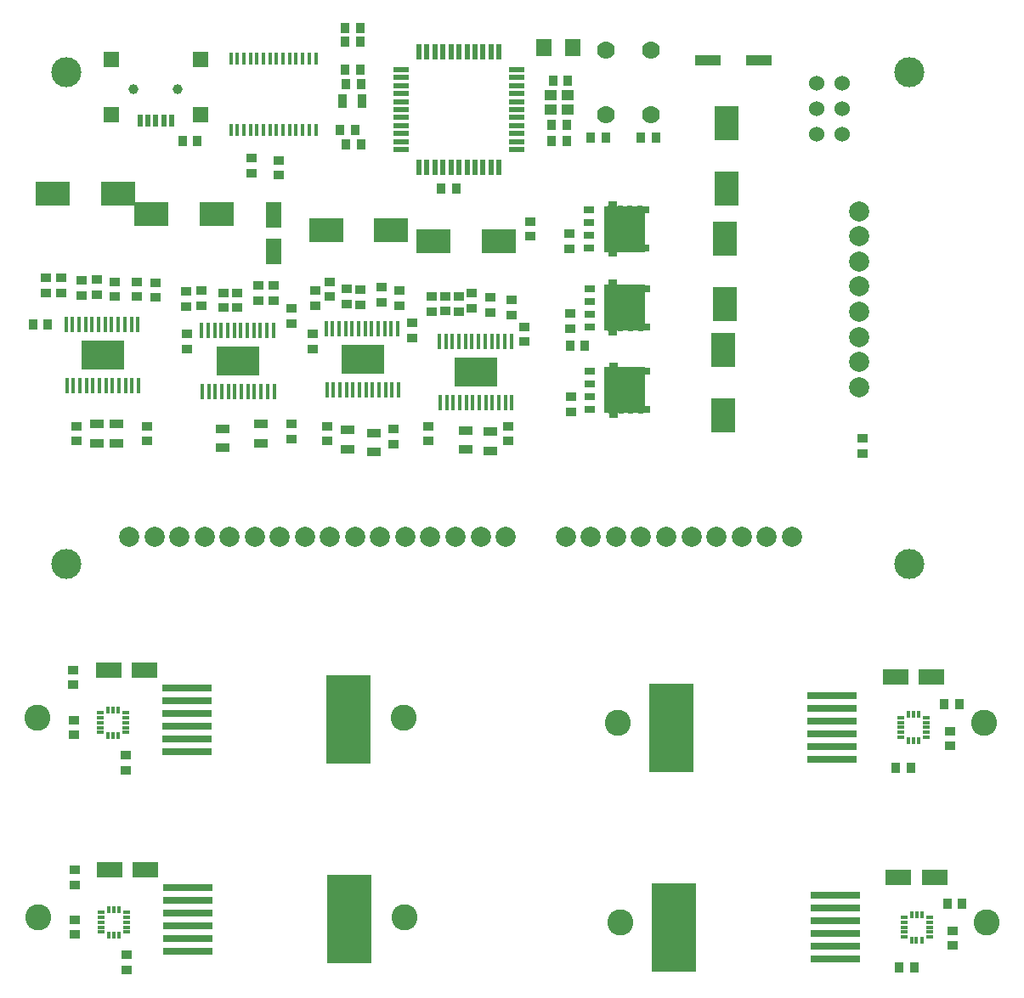
<source format=gts>
G04 #@! TF.FileFunction,Soldermask,Top*
%FSLAX46Y46*%
G04 Gerber Fmt 4.6, Leading zero omitted, Abs format (unit mm)*
G04 Created by KiCad (PCBNEW (2015-08-20 BZR 6109)-product) date Wed 02 Sep 2015 10:01:10 PM PDT*
%MOMM*%
G01*
G04 APERTURE LIST*
%ADD10C,0.150000*%
%ADD11R,0.899160X1.000760*%
%ADD12R,1.000760X0.899160*%
%ADD13R,0.889000X1.397000*%
%ADD14C,1.778000*%
%ADD15C,3.000000*%
%ADD16R,2.400300X3.500120*%
%ADD17R,3.500120X2.400300*%
%ADD18R,1.597660X1.800860*%
%ADD19R,1.200000X1.100000*%
%ADD20R,1.501140X0.551180*%
%ADD21R,0.551180X1.501140*%
%ADD22R,1.600200X2.600960*%
%ADD23C,2.000000*%
%ADD24R,1.397000X0.889000*%
%ADD25C,1.524000*%
%ADD26R,2.540000X0.990600*%
%ADD27R,1.600200X1.600200*%
%ADD28C,1.000760*%
%ADD29R,0.500380X1.198880*%
%ADD30R,0.406400X1.270000*%
%ADD31C,0.400000*%
%ADD32R,0.450000X1.650000*%
%ADD33R,4.320000X3.000000*%
%ADD34R,0.475000X0.750000*%
%ADD35R,0.905000X0.495000*%
%ADD36C,0.780000*%
%ADD37R,1.000000X0.750000*%
%ADD38R,4.055000X4.560000*%
%ADD39R,0.800000X0.300000*%
%ADD40R,0.300000X0.800000*%
%ADD41C,2.600000*%
%ADD42R,5.000000X0.760000*%
%ADD43R,4.500000X8.800000*%
%ADD44R,2.600960X1.600200*%
G04 APERTURE END LIST*
D10*
D11*
X215851840Y-34800000D03*
X214348160Y-34800000D03*
D12*
X212200000Y-44351840D03*
X212200000Y-42848160D03*
D11*
X193856760Y-29148200D03*
X195360440Y-29148200D03*
D12*
X179400000Y-49748160D03*
X179400000Y-51251840D03*
X245300000Y-65951840D03*
X245300000Y-64448160D03*
X186600000Y-50751840D03*
X186600000Y-49248160D03*
X197400000Y-49398160D03*
X197400000Y-50901840D03*
X202000000Y-64751840D03*
X202000000Y-63248160D03*
X210300000Y-52151840D03*
X210300000Y-50648160D03*
X203750000Y-50298160D03*
X203750000Y-51801840D03*
X184400000Y-38051840D03*
X184400000Y-36548160D03*
X192250000Y-48848160D03*
X192250000Y-50351840D03*
X165450000Y-48498160D03*
X165450000Y-50001840D03*
X174900000Y-50451840D03*
X174900000Y-48948160D03*
X200400000Y-54451840D03*
X200400000Y-52948160D03*
X170800000Y-48848160D03*
X170800000Y-50351840D03*
X187100000Y-38251840D03*
X187100000Y-36748160D03*
X173000000Y-50351840D03*
X173000000Y-48848160D03*
X199200000Y-51251840D03*
X199200000Y-49748160D03*
X167000000Y-64751840D03*
X167000000Y-63248160D03*
X192000000Y-64751840D03*
X192000000Y-63248160D03*
X211650000Y-53348160D03*
X211650000Y-54851840D03*
X188400000Y-51548160D03*
X188400000Y-53051840D03*
X208200000Y-50448160D03*
X208200000Y-51951840D03*
X185100000Y-49248160D03*
X185100000Y-50751840D03*
D11*
X179051840Y-34800000D03*
X177548160Y-34800000D03*
X204834640Y-39587600D03*
X203330960Y-39587600D03*
D13*
X193529100Y-30850000D03*
X195434100Y-30850000D03*
D11*
X219751840Y-34500000D03*
X218248160Y-34500000D03*
D14*
X219750000Y-32250000D03*
X224250000Y-32250000D03*
X219750000Y-25750000D03*
X224250000Y-25750000D03*
D15*
X250000000Y-77000000D03*
X166000000Y-77000000D03*
D12*
X216100000Y-44048160D03*
X216100000Y-45551840D03*
D11*
X215851840Y-33200000D03*
X214348160Y-33200000D03*
X214448160Y-28800000D03*
X215951840Y-28800000D03*
D15*
X250000000Y-28000000D03*
X166000000Y-28000000D03*
D16*
X231400000Y-55648800D03*
X231400000Y-62151200D03*
D17*
X202548800Y-44800000D03*
X209051200Y-44800000D03*
X198351200Y-43700000D03*
X191848800Y-43700000D03*
D16*
X231800000Y-33048800D03*
X231800000Y-39551200D03*
D17*
X174448800Y-42100000D03*
X180951200Y-42100000D03*
D18*
X216419860Y-25500000D03*
X213580140Y-25500000D03*
D19*
X215950000Y-30300000D03*
X214250000Y-30300000D03*
X215950000Y-31700000D03*
X214250000Y-31700000D03*
D20*
X199354520Y-33300200D03*
X199354520Y-34100300D03*
X199354520Y-35700500D03*
X199354520Y-34900400D03*
X199354520Y-30899900D03*
X199354520Y-32500100D03*
X199354520Y-31700000D03*
X199354520Y-29299700D03*
X199354520Y-30099800D03*
X199354520Y-28499600D03*
X199354520Y-27699500D03*
X210840400Y-27699500D03*
X210840400Y-28499600D03*
X210840400Y-30099800D03*
X210840400Y-29299700D03*
X210840400Y-31700000D03*
X210840400Y-32500100D03*
X210840400Y-30899900D03*
X210840400Y-34900400D03*
X210840400Y-35700500D03*
X210840400Y-34100300D03*
X210840400Y-33300200D03*
D21*
X209100500Y-37440400D03*
X208300400Y-37440400D03*
X206700200Y-37440400D03*
X207500300Y-37440400D03*
X205100000Y-37440400D03*
X204299900Y-37440400D03*
X205900100Y-37440400D03*
X201899600Y-37440400D03*
X201099500Y-37440400D03*
X202699700Y-37440400D03*
X203499800Y-37440400D03*
X203499800Y-25959600D03*
X202699700Y-25959600D03*
X201099500Y-25959600D03*
X201899600Y-25959600D03*
X205900100Y-25959600D03*
X204299900Y-25959600D03*
X205100000Y-25959600D03*
X207500300Y-25959600D03*
X206700200Y-25959600D03*
X208300400Y-25959600D03*
X209100500Y-25959600D03*
D22*
X186600000Y-42199140D03*
X186600000Y-45800860D03*
D23*
X194750000Y-74300000D03*
X192250000Y-74300000D03*
X202250000Y-74300000D03*
X204750000Y-74300000D03*
X209750000Y-74300000D03*
X207250000Y-74300000D03*
X197250000Y-74300000D03*
X199750000Y-74300000D03*
X179750000Y-74300000D03*
X177250000Y-74300000D03*
X187250000Y-74300000D03*
X189750000Y-74300000D03*
X184750000Y-74300000D03*
X182250000Y-74300000D03*
X172250000Y-74300000D03*
X174750000Y-74300000D03*
D11*
X224751840Y-34500000D03*
X223248160Y-34500000D03*
D12*
X216200000Y-52048160D03*
X216200000Y-53551840D03*
X216300000Y-60348160D03*
X216300000Y-61851840D03*
D11*
X195360440Y-35142600D03*
X193856760Y-35142600D03*
X195251840Y-27700000D03*
X193748160Y-27700000D03*
X195251840Y-24900000D03*
X193748160Y-24900000D03*
D24*
X185400000Y-63047500D03*
X185400000Y-64952500D03*
X181550000Y-63497500D03*
X181550000Y-65402500D03*
X208200000Y-63795000D03*
X208200000Y-65700000D03*
X205800000Y-63695000D03*
X205800000Y-65600000D03*
D12*
X181600000Y-49948160D03*
X181600000Y-51451840D03*
X206400000Y-49998160D03*
X206400000Y-51501840D03*
D11*
X195251840Y-23600000D03*
X193748160Y-23600000D03*
D12*
X183000000Y-51451840D03*
X183000000Y-49948160D03*
X205100000Y-51851840D03*
X205100000Y-50348160D03*
X210000000Y-63248160D03*
X210000000Y-64751840D03*
X188400000Y-63048160D03*
X188400000Y-64551840D03*
X177900000Y-49848160D03*
X177900000Y-51351840D03*
X178000000Y-54048160D03*
X178000000Y-55551840D03*
X190800000Y-49748160D03*
X190800000Y-51251840D03*
D17*
X171151200Y-40100000D03*
X164648800Y-40100000D03*
D11*
X164151840Y-53100000D03*
X162648160Y-53100000D03*
D12*
X163900000Y-48448160D03*
X163900000Y-49951840D03*
X190500000Y-54048160D03*
X190500000Y-55551840D03*
X174000000Y-63248160D03*
X174000000Y-64751840D03*
X198600000Y-63548160D03*
X198600000Y-65051840D03*
X169000000Y-50151840D03*
X169000000Y-48648160D03*
X195300000Y-51151840D03*
X195300000Y-49648160D03*
X167500000Y-48748160D03*
X167500000Y-50251840D03*
X193900000Y-49548160D03*
X193900000Y-51051840D03*
D24*
X169000000Y-63047500D03*
X169000000Y-64952500D03*
X171000000Y-63047500D03*
X171000000Y-64952500D03*
X194000000Y-63647500D03*
X194000000Y-65552500D03*
X196600000Y-63947500D03*
X196600000Y-65852500D03*
D12*
X202350000Y-50348160D03*
X202350000Y-51851840D03*
D11*
X217651840Y-55250000D03*
X216148160Y-55250000D03*
X194751840Y-33700000D03*
X193248160Y-33700000D03*
D23*
X238250000Y-74300000D03*
X235750000Y-74300000D03*
X223250000Y-74300000D03*
X220750000Y-74300000D03*
X230750000Y-74300000D03*
X233250000Y-74300000D03*
X228250000Y-74300000D03*
X225750000Y-74300000D03*
X215750000Y-74300000D03*
X218250000Y-74300000D03*
D25*
X240730000Y-29060000D03*
X240730000Y-31600000D03*
X240730000Y-34140000D03*
X243270000Y-34140000D03*
X243270000Y-31600000D03*
X243270000Y-29060000D03*
D23*
X244940000Y-51850000D03*
X244940000Y-54350000D03*
X244940000Y-44350000D03*
X244940000Y-41850000D03*
X244940000Y-46850000D03*
X244940000Y-49350000D03*
X244940000Y-59350000D03*
X244940000Y-56850000D03*
D26*
X229860000Y-26800000D03*
X234940000Y-26800000D03*
D27*
X170449920Y-32198800D03*
X170449920Y-26699700D03*
X179350080Y-32198800D03*
D28*
X172700360Y-29699440D03*
D29*
X174099900Y-32800780D03*
X176500200Y-32800780D03*
X175700100Y-32800780D03*
X173299800Y-32800780D03*
X174887300Y-32800780D03*
D27*
X179350080Y-26699700D03*
D28*
X177099640Y-29699440D03*
D16*
X231600000Y-51051200D03*
X231600000Y-44548800D03*
D30*
X190825000Y-26644000D03*
X190175000Y-26644000D03*
X189525000Y-26644000D03*
X188875000Y-26644000D03*
X188225000Y-26644000D03*
X187575000Y-26644000D03*
X186925000Y-26644000D03*
X186275000Y-26644000D03*
X185625000Y-26644000D03*
X184975000Y-26644000D03*
X184325000Y-26644000D03*
X183675000Y-26644000D03*
X183025000Y-26644000D03*
X182375000Y-26644000D03*
X182375000Y-33756000D03*
X183025000Y-33756000D03*
X183675000Y-33756000D03*
X184325000Y-33756000D03*
X184975000Y-33756000D03*
X185625000Y-33756000D03*
X186275000Y-33756000D03*
X186925000Y-33756000D03*
X187575000Y-33756000D03*
X188225000Y-33756000D03*
X188875000Y-33756000D03*
X189525000Y-33756000D03*
X190175000Y-33756000D03*
X190825000Y-33756000D03*
D31*
X195100000Y-56600000D03*
X194400000Y-56600000D03*
X193700000Y-56600000D03*
X195800000Y-56600000D03*
X196500000Y-56600000D03*
X197200000Y-56600000D03*
X197200000Y-56000000D03*
X196500000Y-56000000D03*
X195800000Y-56000000D03*
X193700000Y-56000000D03*
X194400000Y-56000000D03*
X195100000Y-56000000D03*
X195100000Y-55400000D03*
X194400000Y-55400000D03*
X193700000Y-55400000D03*
X195800000Y-55400000D03*
X196500000Y-55400000D03*
X197200000Y-55400000D03*
X197200000Y-57200000D03*
X196500000Y-57200000D03*
X195800000Y-57200000D03*
X193700000Y-57200000D03*
X194400000Y-57200000D03*
X195100000Y-57200000D03*
X195100000Y-57800000D03*
X194400000Y-57800000D03*
X193700000Y-57800000D03*
X195800000Y-57800000D03*
X196500000Y-57800000D03*
D32*
X191851060Y-53550000D03*
X192498760Y-53550000D03*
X192573760Y-59650000D03*
X191926060Y-59650000D03*
X193226060Y-59650000D03*
X193873760Y-59650000D03*
X194524000Y-59650000D03*
X195175000Y-59650000D03*
X195825000Y-59650000D03*
X196474720Y-59650000D03*
X197124960Y-59650000D03*
X197775200Y-59650000D03*
X198425440Y-59650000D03*
X199075680Y-59650000D03*
X199000680Y-53550000D03*
X198350440Y-53550000D03*
X197700200Y-53550000D03*
X197049960Y-53550000D03*
X196399720Y-53550000D03*
X195749480Y-53550000D03*
X195099240Y-53550000D03*
X194449000Y-53550000D03*
X193798760Y-53550000D03*
X193151060Y-53550000D03*
D33*
X195500000Y-56600000D03*
D31*
X197200000Y-57800000D03*
X169200000Y-56200000D03*
X168500000Y-56200000D03*
X167800000Y-56200000D03*
X169900000Y-56200000D03*
X170600000Y-56200000D03*
X171300000Y-56200000D03*
X171300000Y-55600000D03*
X170600000Y-55600000D03*
X169900000Y-55600000D03*
X167800000Y-55600000D03*
X168500000Y-55600000D03*
X169200000Y-55600000D03*
X169200000Y-55000000D03*
X168500000Y-55000000D03*
X167800000Y-55000000D03*
X169900000Y-55000000D03*
X170600000Y-55000000D03*
X171300000Y-55000000D03*
X171300000Y-56800000D03*
X170600000Y-56800000D03*
X169900000Y-56800000D03*
X167800000Y-56800000D03*
X168500000Y-56800000D03*
X169200000Y-56800000D03*
X169200000Y-57400000D03*
X168500000Y-57400000D03*
X167800000Y-57400000D03*
X169900000Y-57400000D03*
X170600000Y-57400000D03*
D32*
X165951060Y-53150000D03*
X166598760Y-53150000D03*
X166673760Y-59250000D03*
X166026060Y-59250000D03*
X167326060Y-59250000D03*
X167973760Y-59250000D03*
X168624000Y-59250000D03*
X169275000Y-59250000D03*
X169925000Y-59250000D03*
X170574720Y-59250000D03*
X171224960Y-59250000D03*
X171875200Y-59250000D03*
X172525440Y-59250000D03*
X173175680Y-59250000D03*
X173100680Y-53150000D03*
X172450440Y-53150000D03*
X171800200Y-53150000D03*
X171149960Y-53150000D03*
X170499720Y-53150000D03*
X169849480Y-53150000D03*
X169199240Y-53150000D03*
X168549000Y-53150000D03*
X167898760Y-53150000D03*
X167251060Y-53150000D03*
D33*
X169600000Y-56200000D03*
D31*
X171300000Y-57400000D03*
X206400000Y-57900000D03*
X205700000Y-57900000D03*
X205000000Y-57900000D03*
X207100000Y-57900000D03*
X207800000Y-57900000D03*
X208500000Y-57900000D03*
X208500000Y-57300000D03*
X207800000Y-57300000D03*
X207100000Y-57300000D03*
X205000000Y-57300000D03*
X205700000Y-57300000D03*
X206400000Y-57300000D03*
X206400000Y-56700000D03*
X205700000Y-56700000D03*
X205000000Y-56700000D03*
X207100000Y-56700000D03*
X207800000Y-56700000D03*
X208500000Y-56700000D03*
X208500000Y-58500000D03*
X207800000Y-58500000D03*
X207100000Y-58500000D03*
X205000000Y-58500000D03*
X205700000Y-58500000D03*
X206400000Y-58500000D03*
X206400000Y-59100000D03*
X205700000Y-59100000D03*
X205000000Y-59100000D03*
X207100000Y-59100000D03*
X207800000Y-59100000D03*
D32*
X203151060Y-54850000D03*
X203798760Y-54850000D03*
X203873760Y-60950000D03*
X203226060Y-60950000D03*
X204526060Y-60950000D03*
X205173760Y-60950000D03*
X205824000Y-60950000D03*
X206475000Y-60950000D03*
X207125000Y-60950000D03*
X207774720Y-60950000D03*
X208424960Y-60950000D03*
X209075200Y-60950000D03*
X209725440Y-60950000D03*
X210375680Y-60950000D03*
X210300680Y-54850000D03*
X209650440Y-54850000D03*
X209000200Y-54850000D03*
X208349960Y-54850000D03*
X207699720Y-54850000D03*
X207049480Y-54850000D03*
X206399240Y-54850000D03*
X205749000Y-54850000D03*
X205098760Y-54850000D03*
X204451060Y-54850000D03*
D33*
X206800000Y-57900000D03*
D31*
X208500000Y-59100000D03*
X182700000Y-56800000D03*
X182000000Y-56800000D03*
X181300000Y-56800000D03*
X183400000Y-56800000D03*
X184100000Y-56800000D03*
X184800000Y-56800000D03*
X184800000Y-56200000D03*
X184100000Y-56200000D03*
X183400000Y-56200000D03*
X181300000Y-56200000D03*
X182000000Y-56200000D03*
X182700000Y-56200000D03*
X182700000Y-55600000D03*
X182000000Y-55600000D03*
X181300000Y-55600000D03*
X183400000Y-55600000D03*
X184100000Y-55600000D03*
X184800000Y-55600000D03*
X184800000Y-57400000D03*
X184100000Y-57400000D03*
X183400000Y-57400000D03*
X181300000Y-57400000D03*
X182000000Y-57400000D03*
X182700000Y-57400000D03*
X182700000Y-58000000D03*
X182000000Y-58000000D03*
X181300000Y-58000000D03*
X183400000Y-58000000D03*
X184100000Y-58000000D03*
D32*
X179451060Y-53750000D03*
X180098760Y-53750000D03*
X180173760Y-59850000D03*
X179526060Y-59850000D03*
X180826060Y-59850000D03*
X181473760Y-59850000D03*
X182124000Y-59850000D03*
X182775000Y-59850000D03*
X183425000Y-59850000D03*
X184074720Y-59850000D03*
X184724960Y-59850000D03*
X185375200Y-59850000D03*
X186025440Y-59850000D03*
X186675680Y-59850000D03*
X186600680Y-53750000D03*
X185950440Y-53750000D03*
X185300200Y-53750000D03*
X184649960Y-53750000D03*
X183999720Y-53750000D03*
X183349480Y-53750000D03*
X182699240Y-53750000D03*
X182049000Y-53750000D03*
X181398760Y-53750000D03*
X180751060Y-53750000D03*
D33*
X183100000Y-56800000D03*
D31*
X184800000Y-58000000D03*
D34*
X223822500Y-41695000D03*
X223822500Y-45505000D03*
D35*
X220407500Y-46127500D03*
X220407500Y-41072500D03*
D34*
X223822500Y-45505000D03*
X223822500Y-41695000D03*
D35*
X220407500Y-46127500D03*
D36*
X223140000Y-45600000D03*
X220140000Y-41600000D03*
X221140000Y-41600000D03*
X222140000Y-41600000D03*
X220140000Y-45600000D03*
X221140000Y-43600000D03*
X222140000Y-43600000D03*
X223140000Y-42600000D03*
X223140000Y-41600000D03*
X222140000Y-42600000D03*
X221140000Y-42600000D03*
X220140000Y-42600000D03*
X220140000Y-44600000D03*
X221140000Y-44600000D03*
X222140000Y-44600000D03*
X223140000Y-43600000D03*
X223140000Y-44600000D03*
X222140000Y-45600000D03*
X221140000Y-45600000D03*
D35*
X220407500Y-41072500D03*
D37*
X218065000Y-41695000D03*
X218065000Y-42965000D03*
X218065000Y-44235000D03*
X218065000Y-45505000D03*
D38*
X221557500Y-43600000D03*
D36*
X220140000Y-43600000D03*
D34*
X223862500Y-49545000D03*
X223862500Y-53355000D03*
D35*
X220447500Y-53977500D03*
X220447500Y-48922500D03*
D34*
X223862500Y-53355000D03*
X223862500Y-49545000D03*
D35*
X220447500Y-53977500D03*
D36*
X223180000Y-53450000D03*
X220180000Y-49450000D03*
X221180000Y-49450000D03*
X222180000Y-49450000D03*
X220180000Y-53450000D03*
X221180000Y-51450000D03*
X222180000Y-51450000D03*
X223180000Y-50450000D03*
X223180000Y-49450000D03*
X222180000Y-50450000D03*
X221180000Y-50450000D03*
X220180000Y-50450000D03*
X220180000Y-52450000D03*
X221180000Y-52450000D03*
X222180000Y-52450000D03*
X223180000Y-51450000D03*
X223180000Y-52450000D03*
X222180000Y-53450000D03*
X221180000Y-53450000D03*
D35*
X220447500Y-48922500D03*
D37*
X218105000Y-49545000D03*
X218105000Y-50815000D03*
X218105000Y-52085000D03*
X218105000Y-53355000D03*
D38*
X221597500Y-51450000D03*
D36*
X220180000Y-51450000D03*
D34*
X223902500Y-57775000D03*
X223902500Y-61585000D03*
D35*
X220487500Y-62207500D03*
X220487500Y-57152500D03*
D34*
X223902500Y-61585000D03*
X223902500Y-57775000D03*
D35*
X220487500Y-62207500D03*
D36*
X223220000Y-61680000D03*
X220220000Y-57680000D03*
X221220000Y-57680000D03*
X222220000Y-57680000D03*
X220220000Y-61680000D03*
X221220000Y-59680000D03*
X222220000Y-59680000D03*
X223220000Y-58680000D03*
X223220000Y-57680000D03*
X222220000Y-58680000D03*
X221220000Y-58680000D03*
X220220000Y-58680000D03*
X220220000Y-60680000D03*
X221220000Y-60680000D03*
X222220000Y-60680000D03*
X223220000Y-59680000D03*
X223220000Y-60680000D03*
X222220000Y-61680000D03*
X221220000Y-61680000D03*
D35*
X220487500Y-57152500D03*
D37*
X218145000Y-57775000D03*
X218145000Y-59045000D03*
X218145000Y-60315000D03*
X218145000Y-61585000D03*
D38*
X221637500Y-59680000D03*
D36*
X220220000Y-59680000D03*
D39*
X169350000Y-92300000D03*
X169350000Y-91800000D03*
X171900000Y-91800000D03*
X169350000Y-92795000D03*
X169350000Y-93300000D03*
X169350000Y-93800000D03*
D40*
X170125000Y-94075000D03*
X170590000Y-94075000D03*
X171125000Y-94075000D03*
D39*
X171900000Y-93800000D03*
X171900000Y-93300000D03*
X171900000Y-92795000D03*
X171900000Y-92300000D03*
D40*
X171125000Y-91525000D03*
X170610000Y-91525000D03*
X170125000Y-91525000D03*
D41*
X199600000Y-92300000D03*
X163100000Y-92300000D03*
D42*
X178000000Y-89325000D03*
X178000000Y-91865000D03*
X178000000Y-94405000D03*
X178000000Y-93135000D03*
X178000000Y-95675000D03*
X178000000Y-90595000D03*
D43*
X194050000Y-92500000D03*
D12*
X166700000Y-94051840D03*
X166700000Y-92548160D03*
X171860000Y-97541840D03*
X171860000Y-96038160D03*
X166690000Y-89061840D03*
X166690000Y-87558160D03*
D44*
X173770860Y-87600000D03*
X170169140Y-87600000D03*
D39*
X249125000Y-92800000D03*
X249125000Y-92300000D03*
X251675000Y-92300000D03*
X249125000Y-93295000D03*
X249125000Y-93800000D03*
X249125000Y-94300000D03*
D40*
X249900000Y-94575000D03*
X250365000Y-94575000D03*
X250900000Y-94575000D03*
D39*
X251675000Y-94300000D03*
X251675000Y-93800000D03*
X251675000Y-93295000D03*
X251675000Y-92800000D03*
D40*
X250900000Y-92025000D03*
X250385000Y-92025000D03*
X249900000Y-92025000D03*
D41*
X257400000Y-92800000D03*
X220900000Y-92800000D03*
D42*
X242300000Y-96475000D03*
X242300000Y-93935000D03*
X242300000Y-91395000D03*
X242300000Y-92665000D03*
X242300000Y-90125000D03*
X242300000Y-95205000D03*
D43*
X226250000Y-93300000D03*
D12*
X254000000Y-95151840D03*
X254000000Y-93648160D03*
D11*
X248648160Y-97300000D03*
X250151840Y-97300000D03*
X254951840Y-91000000D03*
X253448160Y-91000000D03*
D44*
X248599140Y-88300000D03*
X252200860Y-88300000D03*
D39*
X169450000Y-112200000D03*
X169450000Y-111700000D03*
X172000000Y-111700000D03*
X169450000Y-112695000D03*
X169450000Y-113200000D03*
X169450000Y-113700000D03*
D40*
X170225000Y-113975000D03*
X170690000Y-113975000D03*
X171225000Y-113975000D03*
D39*
X172000000Y-113700000D03*
X172000000Y-113200000D03*
X172000000Y-112695000D03*
X172000000Y-112200000D03*
D40*
X171225000Y-111425000D03*
X170710000Y-111425000D03*
X170225000Y-111425000D03*
D41*
X199700000Y-112200000D03*
X163200000Y-112200000D03*
D42*
X178100000Y-109225000D03*
X178100000Y-111765000D03*
X178100000Y-114305000D03*
X178100000Y-113035000D03*
X178100000Y-115575000D03*
X178100000Y-110495000D03*
D43*
X194150000Y-112400000D03*
D12*
X166800000Y-113951840D03*
X166800000Y-112448160D03*
X171960000Y-117441840D03*
X171960000Y-115938160D03*
X166790000Y-108961840D03*
X166790000Y-107458160D03*
D44*
X173870860Y-107500000D03*
X170269140Y-107500000D03*
D39*
X249425000Y-112700000D03*
X249425000Y-112200000D03*
X251975000Y-112200000D03*
X249425000Y-113195000D03*
X249425000Y-113700000D03*
X249425000Y-114200000D03*
D40*
X250200000Y-114475000D03*
X250665000Y-114475000D03*
X251200000Y-114475000D03*
D39*
X251975000Y-114200000D03*
X251975000Y-113700000D03*
X251975000Y-113195000D03*
X251975000Y-112700000D03*
D40*
X251200000Y-111925000D03*
X250685000Y-111925000D03*
X250200000Y-111925000D03*
D41*
X257700000Y-112700000D03*
X221200000Y-112700000D03*
D42*
X242600000Y-116375000D03*
X242600000Y-113835000D03*
X242600000Y-111295000D03*
X242600000Y-112565000D03*
X242600000Y-110025000D03*
X242600000Y-115105000D03*
D43*
X226550000Y-113200000D03*
D12*
X254300000Y-115051840D03*
X254300000Y-113548160D03*
D11*
X248948160Y-117200000D03*
X250451840Y-117200000D03*
X255251840Y-110900000D03*
X253748160Y-110900000D03*
D44*
X248899140Y-108200000D03*
X252500860Y-108200000D03*
M02*

</source>
